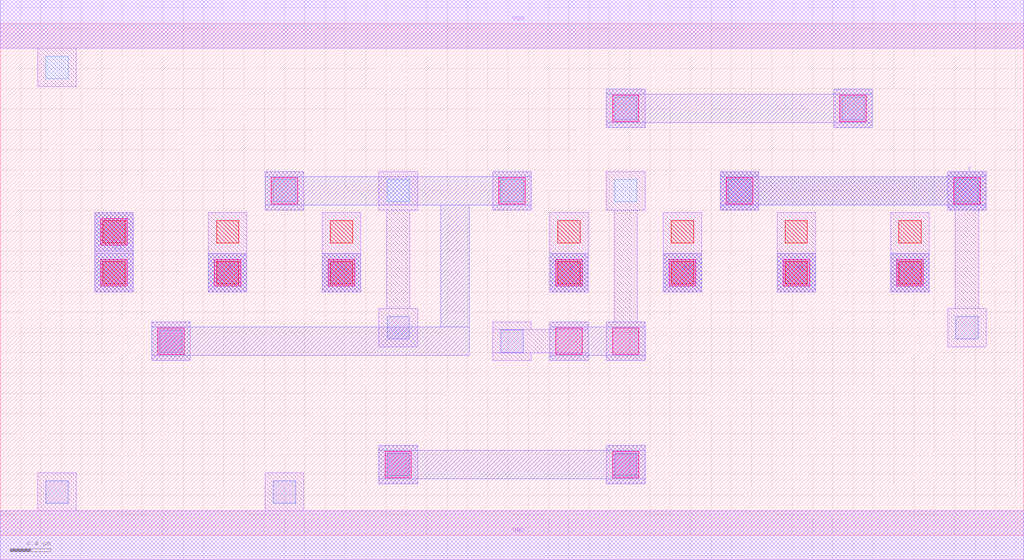
<source format=lef>
MACRO AOAOI3112
 CLASS CORE ;
 FOREIGN AOAOI3112 0 0 ;
 SIZE 10.08 BY 5.04 ;
 ORIGIN 0 0 ;
 SYMMETRY X Y R90 ;
 SITE unit ;
  PIN VDD
   DIRECTION INOUT ;
   USE POWER ;
   SHAPE ABUTMENT ;
    PORT
     CLASS CORE ;
       LAYER met1 ;
        RECT 0.00000000 4.80000000 10.08000000 5.28000000 ;
    END
  END VDD

  PIN GND
   DIRECTION INOUT ;
   USE POWER ;
   SHAPE ABUTMENT ;
    PORT
     CLASS CORE ;
       LAYER met1 ;
        RECT 0.00000000 -0.24000000 10.08000000 0.24000000 ;
    END
  END GND

  PIN Y
   DIRECTION INOUT ;
   USE SIGNAL ;
   SHAPE ABUTMENT ;
    PORT
     CLASS CORE ;
       LAYER met2 ;
        RECT 7.09000000 3.20700000 7.47000000 3.25700000 ;
        RECT 9.33000000 3.20700000 9.71000000 3.25700000 ;
        RECT 7.09000000 3.25700000 9.71000000 3.53700000 ;
        RECT 7.09000000 3.53700000 7.47000000 3.58700000 ;
        RECT 9.33000000 3.53700000 9.71000000 3.58700000 ;
    END
  END Y

  PIN C
   DIRECTION INOUT ;
   USE SIGNAL ;
   SHAPE ABUTMENT ;
    PORT
     CLASS CORE ;
       LAYER met2 ;
        RECT 3.17000000 2.39700000 3.55000000 2.77700000 ;
    END
  END C

  PIN B
   DIRECTION INOUT ;
   USE SIGNAL ;
   SHAPE ABUTMENT ;
    PORT
     CLASS CORE ;
       LAYER met2 ;
        RECT 5.41000000 2.39700000 5.79000000 2.77700000 ;
    END
  END B

  PIN A1
   DIRECTION INOUT ;
   USE SIGNAL ;
   SHAPE ABUTMENT ;
    PORT
     CLASS CORE ;
       LAYER met2 ;
        RECT 7.65000000 2.39700000 8.03000000 2.77700000 ;
    END
  END A1

  PIN A
   DIRECTION INOUT ;
   USE SIGNAL ;
   SHAPE ABUTMENT ;
    PORT
     CLASS CORE ;
       LAYER met2 ;
        RECT 8.77000000 2.39700000 9.15000000 2.77700000 ;
    END
  END A

  PIN A2
   DIRECTION INOUT ;
   USE SIGNAL ;
   SHAPE ABUTMENT ;
    PORT
     CLASS CORE ;
       LAYER met2 ;
        RECT 6.53000000 2.39700000 6.91000000 2.77700000 ;
    END
  END A2

  PIN D1
   DIRECTION INOUT ;
   USE SIGNAL ;
   SHAPE ABUTMENT ;
    PORT
     CLASS CORE ;
       LAYER met2 ;
        RECT 0.93000000 2.39700000 1.31000000 3.18200000 ;
    END
  END D1

  PIN D
   DIRECTION INOUT ;
   USE SIGNAL ;
   SHAPE ABUTMENT ;
    PORT
     CLASS CORE ;
       LAYER met2 ;
        RECT 2.05000000 2.39700000 2.43000000 2.77700000 ;
    END
  END D

 OBS
    LAYER polycont ;
     RECT 1.01000000 2.47700000 1.23000000 2.69700000 ;
     RECT 2.13000000 2.47700000 2.35000000 2.69700000 ;
     RECT 3.25000000 2.47700000 3.47000000 2.69700000 ;
     RECT 5.49000000 2.47700000 5.71000000 2.69700000 ;
     RECT 6.61000000 2.47700000 6.83000000 2.69700000 ;
     RECT 7.73000000 2.47700000 7.95000000 2.69700000 ;
     RECT 8.85000000 2.47700000 9.07000000 2.69700000 ;
     RECT 1.01000000 2.88200000 1.23000000 3.10200000 ;
     RECT 2.13000000 2.88200000 2.35000000 3.10200000 ;
     RECT 3.25000000 2.88200000 3.47000000 3.10200000 ;
     RECT 5.49000000 2.88200000 5.71000000 3.10200000 ;
     RECT 6.61000000 2.88200000 6.83000000 3.10200000 ;
     RECT 7.73000000 2.88200000 7.95000000 3.10200000 ;
     RECT 8.85000000 2.88200000 9.07000000 3.10200000 ;

    LAYER pdiffc ;
     RECT 2.69000000 3.28700000 2.91000000 3.50700000 ;
     RECT 3.81000000 3.28700000 4.03000000 3.50700000 ;
     RECT 4.93000000 3.28700000 5.15000000 3.50700000 ;
     RECT 6.05000000 3.28700000 6.27000000 3.50700000 ;
     RECT 7.17000000 3.28700000 7.39000000 3.50700000 ;
     RECT 9.41000000 3.28700000 9.63000000 3.50700000 ;
     RECT 6.05000000 4.09700000 6.27000000 4.31700000 ;
     RECT 8.29000000 4.09700000 8.51000000 4.31700000 ;
     RECT 0.45000000 4.50200000 0.67000000 4.72200000 ;

    LAYER ndiffc ;
     RECT 0.45000000 0.31700000 0.67000000 0.53700000 ;
     RECT 2.69000000 0.31700000 2.91000000 0.53700000 ;
     RECT 3.81000000 0.58700000 4.03000000 0.80700000 ;
     RECT 6.05000000 0.58700000 6.27000000 0.80700000 ;
     RECT 1.57000000 1.80200000 1.79000000 2.02200000 ;
     RECT 4.93000000 1.80200000 5.15000000 2.02200000 ;
     RECT 3.81000000 1.93700000 4.03000000 2.15700000 ;
     RECT 9.41000000 1.93700000 9.63000000 2.15700000 ;

    LAYER met1 ;
     RECT 0.00000000 -0.24000000 10.08000000 0.24000000 ;
     RECT 0.37000000 0.24000000 0.75000000 0.61700000 ;
     RECT 2.61000000 0.24000000 2.99000000 0.61700000 ;
     RECT 3.73000000 0.50700000 4.11000000 0.88700000 ;
     RECT 5.97000000 0.50700000 6.35000000 0.88700000 ;
     RECT 1.49000000 1.72200000 1.87000000 2.10200000 ;
     RECT 4.85000000 1.72200000 5.23000000 1.79700000 ;
     RECT 5.41000000 1.72200000 5.79000000 1.79700000 ;
     RECT 4.85000000 1.79700000 5.79000000 2.02700000 ;
     RECT 4.85000000 2.02700000 5.23000000 2.10200000 ;
     RECT 5.41000000 2.02700000 5.79000000 2.10200000 ;
     RECT 0.93000000 2.39700000 1.31000000 2.77700000 ;
     RECT 0.93000000 2.80200000 1.31000000 3.18200000 ;
     RECT 2.05000000 2.39700000 2.43000000 3.18200000 ;
     RECT 3.17000000 2.39700000 3.55000000 3.18200000 ;
     RECT 5.41000000 2.39700000 5.79000000 3.18200000 ;
     RECT 6.53000000 2.39700000 6.91000000 3.18200000 ;
     RECT 7.65000000 2.39700000 8.03000000 3.18200000 ;
     RECT 8.77000000 2.39700000 9.15000000 3.18200000 ;
     RECT 2.61000000 3.20700000 2.99000000 3.58700000 ;
     RECT 3.73000000 1.85700000 4.11000000 2.23700000 ;
     RECT 3.80500000 2.23700000 4.03500000 3.20700000 ;
     RECT 3.73000000 3.20700000 4.11000000 3.58700000 ;
     RECT 4.85000000 3.20700000 5.23000000 3.58700000 ;
     RECT 5.97000000 1.72200000 6.35000000 2.10200000 ;
     RECT 6.04500000 2.10200000 6.27500000 3.20700000 ;
     RECT 5.97000000 3.20700000 6.35000000 3.58700000 ;
     RECT 7.09000000 3.20700000 7.47000000 3.58700000 ;
     RECT 9.33000000 1.85700000 9.71000000 2.23700000 ;
     RECT 9.40500000 2.23700000 9.63500000 3.20700000 ;
     RECT 9.33000000 3.20700000 9.71000000 3.58700000 ;
     RECT 5.97000000 4.01700000 6.35000000 4.39700000 ;
     RECT 8.21000000 4.01700000 8.59000000 4.39700000 ;
     RECT 0.37000000 4.42200000 0.75000000 4.80000000 ;
     RECT 0.00000000 4.80000000 10.08000000 5.28000000 ;

    LAYER via1 ;
     RECT 3.79000000 0.56700000 4.05000000 0.82700000 ;
     RECT 6.03000000 0.56700000 6.29000000 0.82700000 ;
     RECT 1.55000000 1.78200000 1.81000000 2.04200000 ;
     RECT 5.47000000 1.78200000 5.73000000 2.04200000 ;
     RECT 6.03000000 1.78200000 6.29000000 2.04200000 ;
     RECT 0.99000000 2.45700000 1.25000000 2.71700000 ;
     RECT 2.11000000 2.45700000 2.37000000 2.71700000 ;
     RECT 3.23000000 2.45700000 3.49000000 2.71700000 ;
     RECT 5.47000000 2.45700000 5.73000000 2.71700000 ;
     RECT 6.59000000 2.45700000 6.85000000 2.71700000 ;
     RECT 7.71000000 2.45700000 7.97000000 2.71700000 ;
     RECT 8.83000000 2.45700000 9.09000000 2.71700000 ;
     RECT 0.99000000 2.86200000 1.25000000 3.12200000 ;
     RECT 2.67000000 3.26700000 2.93000000 3.52700000 ;
     RECT 4.91000000 3.26700000 5.17000000 3.52700000 ;
     RECT 7.15000000 3.26700000 7.41000000 3.52700000 ;
     RECT 9.39000000 3.26700000 9.65000000 3.52700000 ;
     RECT 6.03000000 4.07700000 6.29000000 4.33700000 ;
     RECT 8.27000000 4.07700000 8.53000000 4.33700000 ;

    LAYER met2 ;
     RECT 3.73000000 0.50700000 4.11000000 0.55700000 ;
     RECT 5.97000000 0.50700000 6.35000000 0.55700000 ;
     RECT 3.73000000 0.55700000 6.35000000 0.83700000 ;
     RECT 3.73000000 0.83700000 4.11000000 0.88700000 ;
     RECT 5.97000000 0.83700000 6.35000000 0.88700000 ;
     RECT 5.41000000 1.72200000 5.79000000 1.77200000 ;
     RECT 5.97000000 1.72200000 6.35000000 1.77200000 ;
     RECT 5.41000000 1.77200000 6.35000000 2.05200000 ;
     RECT 5.41000000 2.05200000 5.79000000 2.10200000 ;
     RECT 5.97000000 2.05200000 6.35000000 2.10200000 ;
     RECT 2.05000000 2.39700000 2.43000000 2.77700000 ;
     RECT 3.17000000 2.39700000 3.55000000 2.77700000 ;
     RECT 5.41000000 2.39700000 5.79000000 2.77700000 ;
     RECT 6.53000000 2.39700000 6.91000000 2.77700000 ;
     RECT 7.65000000 2.39700000 8.03000000 2.77700000 ;
     RECT 8.77000000 2.39700000 9.15000000 2.77700000 ;
     RECT 0.93000000 2.39700000 1.31000000 3.18200000 ;
     RECT 1.49000000 1.72200000 1.87000000 1.77200000 ;
     RECT 1.49000000 1.77200000 4.62000000 2.05200000 ;
     RECT 1.49000000 2.05200000 1.87000000 2.10200000 ;
     RECT 2.61000000 3.20700000 2.99000000 3.25700000 ;
     RECT 4.34000000 2.05200000 4.62000000 3.25700000 ;
     RECT 4.85000000 3.20700000 5.23000000 3.25700000 ;
     RECT 2.61000000 3.25700000 5.23000000 3.53700000 ;
     RECT 2.61000000 3.53700000 2.99000000 3.58700000 ;
     RECT 4.85000000 3.53700000 5.23000000 3.58700000 ;
     RECT 7.09000000 3.20700000 7.47000000 3.25700000 ;
     RECT 9.33000000 3.20700000 9.71000000 3.25700000 ;
     RECT 7.09000000 3.25700000 9.71000000 3.53700000 ;
     RECT 7.09000000 3.53700000 7.47000000 3.58700000 ;
     RECT 9.33000000 3.53700000 9.71000000 3.58700000 ;
     RECT 5.97000000 4.01700000 6.35000000 4.06700000 ;
     RECT 8.21000000 4.01700000 8.59000000 4.06700000 ;
     RECT 5.97000000 4.06700000 8.59000000 4.34700000 ;
     RECT 5.97000000 4.34700000 6.35000000 4.39700000 ;
     RECT 8.21000000 4.34700000 8.59000000 4.39700000 ;

 END
END AOAOI3112

</source>
